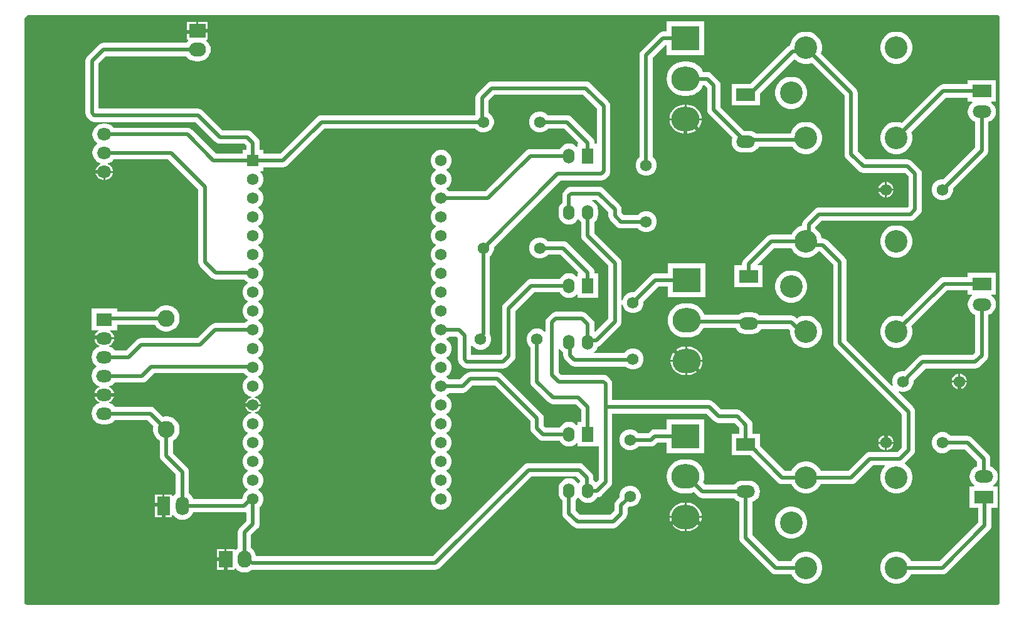
<source format=gbl>
G04*
G04 #@! TF.GenerationSoftware,Altium Limited,Altium Designer,23.1.1 (15)*
G04*
G04 Layer_Physical_Order=2*
G04 Layer_Color=16711680*
%FSLAX44Y44*%
%MOMM*%
G71*
G04*
G04 #@! TF.SameCoordinates,535EB812-C22A-4054-9E8E-735DEE857C18*
G04*
G04*
G04 #@! TF.FilePolarity,Positive*
G04*
G01*
G75*
%ADD36R,1.9050X2.2860*%
%ADD37O,1.9050X2.2860*%
%ADD38O,3.8100X3.3020*%
%ADD39R,3.8100X3.3020*%
%ADD40R,2.5400X1.6510*%
%ADD41O,2.5400X1.6510*%
%ADD42C,3.0480*%
%ADD43O,2.2860X1.9050*%
%ADD44R,2.2860X1.9050*%
%ADD45R,1.5600X1.5600*%
%ADD46C,1.5600*%
%ADD47O,1.9050X1.6510*%
%ADD48C,2.2860*%
%ADD49O,2.1590X1.6510*%
%ADD50R,2.1590X1.6510*%
%ADD51O,1.7780X2.5400*%
%ADD52R,1.7780X2.5400*%
%ADD53C,1.5748*%
%ADD56C,0.5080*%
%ADD57R,1.5240X2.0320*%
%ADD58O,1.5240X2.0320*%
G36*
X1317653Y800956D02*
X1319291Y799861D01*
X1320386Y798223D01*
X1320748Y796398D01*
X1320734Y796290D01*
Y8890D01*
X1320748Y8782D01*
X1320386Y6957D01*
X1319291Y5319D01*
X1317653Y4224D01*
X1315828Y3862D01*
X1315720Y3876D01*
X8890D01*
X8782Y3862D01*
X6957Y4224D01*
X5319Y5319D01*
X4224Y6957D01*
X3862Y8782D01*
X3876Y8890D01*
Y795826D01*
X5670Y798512D01*
X8402Y801243D01*
X8782Y801319D01*
X8890Y801304D01*
X1315720D01*
X1315828Y801319D01*
X1317653Y800956D01*
D02*
G37*
%LPC*%
G36*
X251460Y791845D02*
X238760D01*
Y781050D01*
X251460D01*
Y791845D01*
D02*
G37*
G36*
X236220D02*
X223520D01*
Y781050D01*
X236220D01*
Y791845D01*
D02*
G37*
G36*
X922020Y792480D02*
X871220D01*
Y778587D01*
X866140D01*
X863819Y778281D01*
X861657Y777385D01*
X859800Y775960D01*
X836940Y753100D01*
X835515Y751243D01*
X834619Y749081D01*
X834313Y746760D01*
Y609319D01*
X831898Y606904D01*
X830025Y603660D01*
X829056Y600043D01*
Y596297D01*
X830025Y592680D01*
X831898Y589436D01*
X834546Y586788D01*
X837790Y584915D01*
X841407Y583946D01*
X845153D01*
X848770Y584915D01*
X852014Y586788D01*
X854662Y589436D01*
X856535Y592680D01*
X857504Y596297D01*
Y600043D01*
X856535Y603660D01*
X854662Y606904D01*
X852247Y609319D01*
Y743046D01*
X869854Y760653D01*
X871220D01*
Y746760D01*
X922020D01*
Y792480D01*
D02*
G37*
G36*
X1183226Y778510D02*
X1178974D01*
X1174802Y777680D01*
X1170873Y776053D01*
X1167337Y773690D01*
X1164330Y770683D01*
X1161967Y767147D01*
X1160340Y763218D01*
X1159510Y759046D01*
Y754794D01*
X1160340Y750622D01*
X1161967Y746693D01*
X1164330Y743157D01*
X1167337Y740150D01*
X1170873Y737787D01*
X1174802Y736160D01*
X1178974Y735330D01*
X1183226D01*
X1187398Y736160D01*
X1191327Y737787D01*
X1194863Y740150D01*
X1197870Y743157D01*
X1200233Y746693D01*
X1201860Y750622D01*
X1202690Y754794D01*
Y759046D01*
X1201860Y763218D01*
X1200233Y767147D01*
X1197870Y770683D01*
X1194863Y773690D01*
X1191327Y776053D01*
X1187398Y777680D01*
X1183226Y778510D01*
D02*
G37*
G36*
X1041226Y717550D02*
X1036974D01*
X1032802Y716720D01*
X1028873Y715093D01*
X1025337Y712730D01*
X1022330Y709723D01*
X1019967Y706187D01*
X1018340Y702258D01*
X1017510Y698086D01*
Y693834D01*
X1018340Y689662D01*
X1019967Y685733D01*
X1022330Y682197D01*
X1025337Y679190D01*
X1028873Y676827D01*
X1032802Y675200D01*
X1036974Y674370D01*
X1041226D01*
X1045398Y675200D01*
X1049327Y676827D01*
X1052863Y679190D01*
X1055870Y682197D01*
X1058233Y685733D01*
X1059860Y689662D01*
X1060690Y693834D01*
Y698086D01*
X1059860Y702258D01*
X1058233Y706187D01*
X1055870Y709723D01*
X1052863Y712730D01*
X1049327Y715093D01*
X1045398Y716720D01*
X1041226Y717550D01*
D02*
G37*
G36*
X899160Y679542D02*
X897890D01*
Y661670D01*
X918177D01*
X917934Y664135D01*
X916845Y667725D01*
X915076Y671035D01*
X912696Y673936D01*
X909795Y676316D01*
X906485Y678085D01*
X902895Y679174D01*
X899160Y679542D01*
D02*
G37*
G36*
X895350D02*
X894080D01*
X890346Y679174D01*
X886755Y678085D01*
X883445Y676316D01*
X880544Y673936D01*
X878164Y671035D01*
X876395Y667725D01*
X875306Y664135D01*
X875063Y661670D01*
X895350D01*
Y679542D01*
D02*
G37*
G36*
X896620Y660400D02*
D01*
D01*
D01*
D02*
G37*
G36*
X918177Y659130D02*
X897890D01*
Y641258D01*
X899160D01*
X902895Y641626D01*
X906485Y642715D01*
X909795Y644484D01*
X912696Y646864D01*
X915076Y649765D01*
X916845Y653075D01*
X917934Y656665D01*
X918177Y659130D01*
D02*
G37*
G36*
X895350D02*
X875063D01*
X875306Y656665D01*
X876395Y653075D01*
X878164Y649765D01*
X880544Y646864D01*
X883445Y644484D01*
X886755Y642715D01*
X890346Y641626D01*
X894080Y641258D01*
X895350D01*
Y659130D01*
D02*
G37*
G36*
X251460Y778510D02*
X237490D01*
X223520D01*
Y767715D01*
X224808D01*
X225262Y766445D01*
X224305Y765660D01*
X222407Y763347D01*
X110490D01*
X108169Y763041D01*
X106007Y762145D01*
X104150Y760720D01*
X88910Y745480D01*
X87485Y743623D01*
X86589Y741461D01*
X86283Y739140D01*
Y668456D01*
X86589Y666135D01*
X87485Y663972D01*
X88910Y662115D01*
X91885Y659140D01*
X93743Y657715D01*
X95905Y656819D01*
X98226Y656513D01*
X235046D01*
X261630Y629930D01*
X263487Y628505D01*
X265649Y627609D01*
X267970Y627303D01*
X267970Y627303D01*
X301086D01*
X303453Y624936D01*
Y618670D01*
X298270D01*
Y613487D01*
X262794D01*
X230114Y646166D01*
X228257Y647591D01*
X226095Y648487D01*
X223774Y648793D01*
X124559D01*
X123446Y650242D01*
X120395Y652583D01*
X116843Y654055D01*
X113030Y654557D01*
X110490D01*
X106677Y654055D01*
X103125Y652583D01*
X100074Y650242D01*
X97732Y647191D01*
X96261Y643639D01*
X95759Y639826D01*
X96261Y636013D01*
X97732Y632461D01*
X100074Y629410D01*
X101891Y628015D01*
Y626745D01*
X100074Y625350D01*
X97732Y622299D01*
X96261Y618747D01*
X95759Y614934D01*
X96261Y611121D01*
X97732Y607569D01*
X100074Y604518D01*
X103125Y602177D01*
X106611Y600732D01*
X106688Y600513D01*
X106748Y599415D01*
X105046Y598709D01*
X102791Y596979D01*
X101061Y594724D01*
X99973Y592098D01*
X99769Y590550D01*
X111760D01*
X123751D01*
X123547Y592098D01*
X122459Y594724D01*
X120729Y596979D01*
X118474Y598709D01*
X116772Y599415D01*
X116832Y600513D01*
X116909Y600732D01*
X120395Y602177D01*
X123446Y604518D01*
X124559Y605967D01*
X197962D01*
X238683Y565246D01*
Y467360D01*
X238989Y465039D01*
X239885Y462877D01*
X241310Y461020D01*
X255800Y446530D01*
X257657Y445105D01*
X259819Y444209D01*
X262140Y443903D01*
X300825D01*
X301097Y443432D01*
X303732Y440797D01*
X305017Y440055D01*
Y438785D01*
X303732Y438043D01*
X301097Y435408D01*
X299234Y432182D01*
X298270Y428583D01*
Y424857D01*
X299234Y421258D01*
X301097Y418032D01*
X303732Y415397D01*
X305017Y414655D01*
Y413385D01*
X303732Y412643D01*
X301097Y410008D01*
X299234Y406782D01*
X298270Y403183D01*
Y399457D01*
X299234Y395858D01*
X301097Y392632D01*
X303732Y389997D01*
X305017Y389255D01*
Y387985D01*
X303732Y387243D01*
X301376Y384887D01*
X261620D01*
X259299Y384581D01*
X257137Y383685D01*
X255280Y382260D01*
X237586Y364567D01*
X161290D01*
X158969Y364261D01*
X156807Y363365D01*
X154950Y361940D01*
X141066Y348057D01*
X125829D01*
X124716Y349506D01*
X121665Y351847D01*
X118485Y353165D01*
X118380Y354406D01*
X118404Y354506D01*
X119744Y355061D01*
X121999Y356791D01*
X123729Y359046D01*
X124817Y361672D01*
X125021Y363220D01*
X111760D01*
X98499D01*
X98703Y361672D01*
X99791Y359046D01*
X101521Y356791D01*
X103776Y355061D01*
X105116Y354506D01*
X105140Y354406D01*
X105035Y353165D01*
X101854Y351847D01*
X98804Y349506D01*
X96462Y346455D01*
X94991Y342903D01*
X94489Y339090D01*
X94991Y335277D01*
X96462Y331725D01*
X98804Y328674D01*
X100952Y327025D01*
Y325755D01*
X98804Y324106D01*
X96462Y321055D01*
X94991Y317503D01*
X94489Y313690D01*
X94991Y309877D01*
X96462Y306325D01*
X98804Y303274D01*
X101854Y300933D01*
X105035Y299615D01*
X105140Y298374D01*
X105116Y298274D01*
X103776Y297719D01*
X101521Y295989D01*
X99791Y293734D01*
X98703Y291108D01*
X98499Y289560D01*
X111760D01*
X125021D01*
X124817Y291108D01*
X123729Y293734D01*
X121999Y295989D01*
X119744Y297719D01*
X118404Y298274D01*
X118380Y298374D01*
X118485Y299615D01*
X121665Y300933D01*
X124716Y303274D01*
X125829Y304723D01*
X162560D01*
X164881Y305029D01*
X167043Y305925D01*
X168900Y307350D01*
X178974Y317423D01*
X300525D01*
X301097Y316432D01*
X303732Y313797D01*
X305017Y313055D01*
Y311785D01*
X303732Y311043D01*
X301097Y308408D01*
X299234Y305182D01*
X298270Y301583D01*
Y297857D01*
X299234Y294258D01*
X301097Y291032D01*
X303732Y288397D01*
X306958Y286534D01*
X310053Y285705D01*
Y284390D01*
X308429Y283955D01*
X306071Y282594D01*
X304146Y280669D01*
X302785Y278311D01*
X302080Y275681D01*
Y275590D01*
X322760D01*
Y275681D01*
X322055Y278311D01*
X320694Y280669D01*
X318769Y282594D01*
X316411Y283955D01*
X314787Y284390D01*
Y285705D01*
X317882Y286534D01*
X321108Y288397D01*
X323743Y291032D01*
X325606Y294258D01*
X326570Y297857D01*
Y301583D01*
X325606Y305182D01*
X323743Y308408D01*
X321108Y311043D01*
X319823Y311785D01*
Y313055D01*
X321108Y313797D01*
X323743Y316432D01*
X325606Y319658D01*
X326570Y323257D01*
Y326983D01*
X325606Y330582D01*
X323743Y333808D01*
X321108Y336443D01*
X319823Y337185D01*
Y338455D01*
X321108Y339197D01*
X323743Y341832D01*
X325606Y345058D01*
X326570Y348657D01*
Y352383D01*
X325606Y355982D01*
X323743Y359208D01*
X321108Y361843D01*
X319823Y362585D01*
Y363855D01*
X321108Y364597D01*
X323743Y367232D01*
X325606Y370458D01*
X326570Y374057D01*
Y377783D01*
X325606Y381382D01*
X323743Y384608D01*
X321108Y387243D01*
X319823Y387985D01*
Y389255D01*
X321108Y389997D01*
X323743Y392632D01*
X325606Y395858D01*
X326570Y399457D01*
Y403183D01*
X325606Y406782D01*
X323743Y410008D01*
X321108Y412643D01*
X319823Y413385D01*
Y414655D01*
X321108Y415397D01*
X323743Y418032D01*
X325606Y421258D01*
X326570Y424857D01*
Y428583D01*
X325606Y432182D01*
X323743Y435408D01*
X321108Y438043D01*
X319823Y438785D01*
Y440055D01*
X321108Y440797D01*
X323743Y443432D01*
X325606Y446658D01*
X326570Y450257D01*
Y453983D01*
X325606Y457582D01*
X323743Y460808D01*
X321108Y463443D01*
X319823Y464185D01*
Y465455D01*
X321108Y466197D01*
X323743Y468832D01*
X325606Y472058D01*
X326570Y475657D01*
Y479383D01*
X325606Y482982D01*
X323743Y486208D01*
X321108Y488843D01*
X319823Y489585D01*
Y490855D01*
X321108Y491597D01*
X323743Y494232D01*
X325606Y497458D01*
X326570Y501057D01*
Y504783D01*
X325606Y508382D01*
X323743Y511608D01*
X321108Y514243D01*
X319823Y514985D01*
Y516255D01*
X321108Y516997D01*
X323743Y519632D01*
X325606Y522858D01*
X326570Y526457D01*
Y530183D01*
X325606Y533782D01*
X323743Y537008D01*
X321108Y539643D01*
X319823Y540385D01*
Y541655D01*
X321108Y542397D01*
X323743Y545032D01*
X325606Y548258D01*
X326570Y551857D01*
Y555583D01*
X325606Y559182D01*
X323743Y562408D01*
X321108Y565043D01*
X319823Y565785D01*
Y567055D01*
X321108Y567797D01*
X323743Y570432D01*
X325606Y573658D01*
X326570Y577257D01*
Y580983D01*
X325606Y584582D01*
X323743Y587808D01*
X322354Y589197D01*
X322840Y590370D01*
X326570D01*
Y595553D01*
X353060D01*
X355381Y595859D01*
X357543Y596755D01*
X359400Y598180D01*
X408844Y647623D01*
X612421D01*
X614836Y645208D01*
X618080Y643335D01*
X621697Y642366D01*
X625443D01*
X629060Y643335D01*
X632304Y645208D01*
X634952Y647856D01*
X636825Y651100D01*
X637794Y654717D01*
Y658463D01*
X636825Y662080D01*
X634952Y665324D01*
X632304Y667972D01*
X630831Y668822D01*
Y685460D01*
X638714Y693343D01*
X758286D01*
X777163Y674466D01*
Y627380D01*
X773507D01*
Y628650D01*
X773201Y630971D01*
X772305Y633133D01*
X770880Y634990D01*
X742940Y662930D01*
X741083Y664355D01*
X738921Y665251D01*
X736600Y665557D01*
X710919D01*
X708504Y667972D01*
X705260Y669845D01*
X701643Y670814D01*
X697897D01*
X694280Y669845D01*
X691036Y667972D01*
X688388Y665324D01*
X686515Y662080D01*
X685546Y658463D01*
Y654717D01*
X686515Y651100D01*
X688388Y647856D01*
X691036Y645208D01*
X694280Y643335D01*
X697897Y642366D01*
X701643D01*
X705260Y643335D01*
X708504Y645208D01*
X710919Y647623D01*
X732886D01*
X751956Y628553D01*
X751470Y627380D01*
X750570D01*
Y623438D01*
X749367Y623030D01*
X749103Y623373D01*
X746185Y625613D01*
X742787Y627020D01*
X739140Y627500D01*
X735493Y627020D01*
X732095Y625613D01*
X729176Y623373D01*
X726937Y620455D01*
X726681Y619837D01*
X687070D01*
X687070Y619837D01*
X684749Y619531D01*
X682587Y618635D01*
X680730Y617210D01*
X680730Y617210D01*
X626206Y562687D01*
X577464D01*
X575108Y565043D01*
X573823Y565785D01*
Y567055D01*
X575108Y567797D01*
X577743Y570432D01*
X579606Y573658D01*
X580570Y577257D01*
Y580983D01*
X579606Y584582D01*
X577743Y587808D01*
X575108Y590443D01*
X573823Y591185D01*
Y592455D01*
X575108Y593197D01*
X577743Y595832D01*
X579606Y599058D01*
X580570Y602657D01*
Y606383D01*
X579606Y609982D01*
X577743Y613208D01*
X575108Y615843D01*
X571882Y617706D01*
X568283Y618670D01*
X564557D01*
X560958Y617706D01*
X557732Y615843D01*
X555097Y613208D01*
X553234Y609982D01*
X552270Y606383D01*
Y602657D01*
X553234Y599058D01*
X555097Y595832D01*
X557732Y593197D01*
X559017Y592455D01*
Y591185D01*
X557732Y590443D01*
X555097Y587808D01*
X553234Y584582D01*
X552270Y580983D01*
Y577257D01*
X553234Y573658D01*
X555097Y570432D01*
X557732Y567797D01*
X559017Y567055D01*
Y565785D01*
X557732Y565043D01*
X555097Y562408D01*
X553234Y559182D01*
X552270Y555583D01*
Y551857D01*
X553234Y548258D01*
X555097Y545032D01*
X557732Y542397D01*
X559017Y541655D01*
Y540385D01*
X557732Y539643D01*
X555097Y537008D01*
X553234Y533782D01*
X552270Y530183D01*
Y526457D01*
X553234Y522858D01*
X555097Y519632D01*
X557732Y516997D01*
X559017Y516255D01*
Y514985D01*
X557732Y514243D01*
X555097Y511608D01*
X553234Y508382D01*
X552270Y504783D01*
Y501057D01*
X553234Y497458D01*
X555097Y494232D01*
X557732Y491597D01*
X559017Y490855D01*
Y489585D01*
X557732Y488843D01*
X555097Y486208D01*
X553234Y482982D01*
X552270Y479383D01*
Y475657D01*
X553234Y472058D01*
X555097Y468832D01*
X557732Y466197D01*
X559017Y465455D01*
Y464185D01*
X557732Y463443D01*
X555097Y460808D01*
X553234Y457582D01*
X552270Y453983D01*
Y450257D01*
X553234Y446658D01*
X555097Y443432D01*
X557732Y440797D01*
X559017Y440055D01*
Y438785D01*
X557732Y438043D01*
X555097Y435408D01*
X553234Y432182D01*
X552270Y428583D01*
Y424857D01*
X553234Y421258D01*
X555097Y418032D01*
X557732Y415397D01*
X559017Y414655D01*
Y413385D01*
X557732Y412643D01*
X555097Y410008D01*
X553234Y406782D01*
X552270Y403183D01*
Y399457D01*
X553234Y395858D01*
X555097Y392632D01*
X557732Y389997D01*
X559017Y389255D01*
Y387985D01*
X557732Y387243D01*
X555097Y384608D01*
X553234Y381382D01*
X552270Y377783D01*
Y374057D01*
X553234Y370458D01*
X555097Y367232D01*
X557732Y364597D01*
X559017Y363855D01*
Y362585D01*
X557732Y361843D01*
X555097Y359208D01*
X553234Y355982D01*
X552270Y352383D01*
Y348657D01*
X553234Y345058D01*
X555097Y341832D01*
X557732Y339197D01*
X559017Y338455D01*
Y337185D01*
X557732Y336443D01*
X555097Y333808D01*
X553234Y330582D01*
X552270Y326983D01*
Y323257D01*
X553234Y319658D01*
X555097Y316432D01*
X557732Y313797D01*
X559017Y313055D01*
Y311785D01*
X557732Y311043D01*
X555097Y308408D01*
X553234Y305182D01*
X552270Y301583D01*
Y297857D01*
X553234Y294258D01*
X555097Y291032D01*
X557732Y288397D01*
X559017Y287655D01*
Y286385D01*
X557732Y285643D01*
X555097Y283008D01*
X553234Y279782D01*
X552270Y276183D01*
Y272457D01*
X553234Y268858D01*
X555097Y265632D01*
X557732Y262997D01*
X559017Y262255D01*
Y260985D01*
X557732Y260243D01*
X555097Y257608D01*
X553234Y254382D01*
X552270Y250783D01*
Y247057D01*
X553234Y243458D01*
X555097Y240232D01*
X557732Y237597D01*
X559017Y236855D01*
Y235585D01*
X557732Y234843D01*
X555097Y232208D01*
X553234Y228982D01*
X552270Y225383D01*
Y221657D01*
X553234Y218058D01*
X555097Y214832D01*
X557732Y212197D01*
X559017Y211455D01*
Y210185D01*
X557732Y209443D01*
X555097Y206808D01*
X553234Y203582D01*
X552270Y199983D01*
Y196257D01*
X553234Y192658D01*
X555097Y189432D01*
X557732Y186797D01*
X559017Y186055D01*
Y184785D01*
X557732Y184043D01*
X555097Y181408D01*
X553234Y178182D01*
X552270Y174583D01*
Y170857D01*
X553234Y167258D01*
X555097Y164032D01*
X557732Y161397D01*
X559017Y160655D01*
Y159385D01*
X557732Y158643D01*
X555097Y156008D01*
X553234Y152782D01*
X552270Y149183D01*
Y145457D01*
X553234Y141858D01*
X555097Y138632D01*
X557732Y135997D01*
X560958Y134134D01*
X564557Y133170D01*
X568283D01*
X571882Y134134D01*
X575108Y135997D01*
X577743Y138632D01*
X579606Y141858D01*
X580570Y145457D01*
Y149183D01*
X579606Y152782D01*
X577743Y156008D01*
X575108Y158643D01*
X573823Y159385D01*
Y160655D01*
X575108Y161397D01*
X577743Y164032D01*
X579606Y167258D01*
X580570Y170857D01*
Y174583D01*
X579606Y178182D01*
X577743Y181408D01*
X575108Y184043D01*
X573823Y184785D01*
Y186055D01*
X575108Y186797D01*
X577743Y189432D01*
X579606Y192658D01*
X580570Y196257D01*
Y199983D01*
X579606Y203582D01*
X577743Y206808D01*
X575108Y209443D01*
X573823Y210185D01*
Y211455D01*
X575108Y212197D01*
X577743Y214832D01*
X579606Y218058D01*
X580570Y221657D01*
Y225383D01*
X579606Y228982D01*
X577743Y232208D01*
X575108Y234843D01*
X573823Y235585D01*
Y236855D01*
X575108Y237597D01*
X577743Y240232D01*
X579606Y243458D01*
X580570Y247057D01*
Y250783D01*
X579606Y254382D01*
X577743Y257608D01*
X575108Y260243D01*
X573823Y260985D01*
Y262255D01*
X575108Y262997D01*
X577743Y265632D01*
X579606Y268858D01*
X580570Y272457D01*
Y276183D01*
X579606Y279782D01*
X577743Y283008D01*
X575108Y285643D01*
X573823Y286385D01*
Y287655D01*
X575108Y288397D01*
X577464Y290753D01*
X595630D01*
X597951Y291059D01*
X600113Y291955D01*
X601970Y293380D01*
X609504Y300913D01*
X638906D01*
X686993Y252826D01*
Y243006D01*
X687299Y240685D01*
X688195Y238522D01*
X689620Y236665D01*
X697675Y228610D01*
X699532Y227185D01*
X701695Y226289D01*
X704016Y225983D01*
X726681D01*
X726937Y225365D01*
X729176Y222446D01*
X732095Y220207D01*
X735493Y218800D01*
X739140Y218319D01*
X742787Y218800D01*
X746185Y220207D01*
X749103Y222446D01*
X749367Y222790D01*
X750570Y222382D01*
Y218440D01*
X778510D01*
Y218440D01*
X779703Y218255D01*
Y173894D01*
X776296Y170487D01*
X775028Y170570D01*
X774503Y171254D01*
X772237Y172993D01*
Y176530D01*
X771931Y178851D01*
X771035Y181013D01*
X769610Y182870D01*
X759450Y193030D01*
X757593Y194455D01*
X755431Y195351D01*
X753110Y195657D01*
X684530D01*
X682209Y195351D01*
X680047Y194455D01*
X678190Y193030D01*
X555086Y69927D01*
X316747D01*
X316635Y71057D01*
X315728Y74050D01*
X314253Y76807D01*
X312270Y79225D01*
X309957Y81123D01*
Y98670D01*
X318760Y107474D01*
X320185Y109331D01*
X321081Y111494D01*
X321387Y113814D01*
Y136276D01*
X323743Y138632D01*
X325606Y141858D01*
X326570Y145457D01*
Y149183D01*
X325606Y152782D01*
X323743Y156008D01*
X321108Y158643D01*
X319823Y159385D01*
Y160655D01*
X321108Y161397D01*
X323743Y164032D01*
X325606Y167258D01*
X326570Y170857D01*
Y174583D01*
X325606Y178182D01*
X323743Y181408D01*
X321108Y184043D01*
X319823Y184785D01*
Y186055D01*
X321108Y186797D01*
X323743Y189432D01*
X325606Y192658D01*
X326570Y196257D01*
Y199983D01*
X325606Y203582D01*
X323743Y206808D01*
X321108Y209443D01*
X319823Y210185D01*
Y211455D01*
X321108Y212197D01*
X323743Y214832D01*
X325606Y218058D01*
X326570Y221657D01*
Y225383D01*
X325606Y228982D01*
X323743Y232208D01*
X321108Y234843D01*
X319823Y235585D01*
Y236855D01*
X321108Y237597D01*
X323743Y240232D01*
X325606Y243458D01*
X326570Y247057D01*
Y250783D01*
X325606Y254382D01*
X323743Y257608D01*
X321108Y260243D01*
X317882Y262106D01*
X314787Y262935D01*
Y264250D01*
X316411Y264685D01*
X318769Y266046D01*
X320694Y267971D01*
X322055Y270329D01*
X322760Y272959D01*
Y273050D01*
X302080D01*
Y272959D01*
X302785Y270329D01*
X304146Y267971D01*
X306071Y266046D01*
X308429Y264685D01*
X310053Y264250D01*
Y262935D01*
X306958Y262106D01*
X303732Y260243D01*
X301097Y257608D01*
X299234Y254382D01*
X298270Y250783D01*
Y247057D01*
X299234Y243458D01*
X301097Y240232D01*
X303732Y237597D01*
X305017Y236855D01*
Y235585D01*
X303732Y234843D01*
X301097Y232208D01*
X299234Y228982D01*
X298270Y225383D01*
Y221657D01*
X299234Y218058D01*
X301097Y214832D01*
X303732Y212197D01*
X305017Y211455D01*
Y210185D01*
X303732Y209443D01*
X301097Y206808D01*
X299234Y203582D01*
X298270Y199983D01*
Y196257D01*
X299234Y192658D01*
X301097Y189432D01*
X303732Y186797D01*
X305017Y186055D01*
Y184785D01*
X303732Y184043D01*
X301097Y181408D01*
X299234Y178182D01*
X298270Y174583D01*
Y170857D01*
X299234Y167258D01*
X301097Y164032D01*
X303732Y161397D01*
X305017Y160655D01*
Y159385D01*
X303732Y158643D01*
X301097Y156008D01*
X299234Y152782D01*
X298270Y149183D01*
Y148698D01*
X296969Y147397D01*
X231532D01*
X231318Y148100D01*
X229903Y150748D01*
X227999Y153069D01*
X226137Y154596D01*
Y184150D01*
X226137Y184150D01*
X225831Y186471D01*
X224935Y188633D01*
X223510Y190490D01*
X204547Y209454D01*
Y225907D01*
X206914Y227489D01*
X209391Y229966D01*
X211336Y232878D01*
X212677Y236114D01*
X213360Y239549D01*
Y243051D01*
X212677Y246486D01*
X211336Y249722D01*
X209391Y252634D01*
X206914Y255111D01*
X204002Y257056D01*
X200766Y258397D01*
X197331Y259080D01*
X193829D01*
X191036Y258524D01*
X180330Y269230D01*
X178473Y270655D01*
X176311Y271551D01*
X173990Y271857D01*
X125829D01*
X124716Y273306D01*
X121665Y275648D01*
X118485Y276965D01*
X118380Y278206D01*
X118404Y278306D01*
X119744Y278861D01*
X121999Y280591D01*
X123729Y282846D01*
X124817Y285472D01*
X125021Y287020D01*
X111760D01*
X98499D01*
X98703Y285472D01*
X99791Y282846D01*
X101521Y280591D01*
X103776Y278861D01*
X105116Y278306D01*
X105140Y278206D01*
X105035Y276965D01*
X101854Y275648D01*
X98804Y273306D01*
X96462Y270256D01*
X94991Y266703D01*
X94489Y262890D01*
X94991Y259077D01*
X96462Y255525D01*
X98804Y252474D01*
X101854Y250133D01*
X105407Y248661D01*
X109220Y248159D01*
X114300D01*
X118113Y248661D01*
X121665Y250133D01*
X124716Y252474D01*
X125829Y253923D01*
X170276D01*
X178356Y245844D01*
X177800Y243051D01*
Y239549D01*
X178483Y236114D01*
X179824Y232878D01*
X181769Y229966D01*
X184246Y227489D01*
X186613Y225907D01*
Y205740D01*
X186919Y203419D01*
X187815Y201257D01*
X189240Y199400D01*
X208203Y180436D01*
Y154596D01*
X206341Y153069D01*
X204470Y150788D01*
X204360Y150781D01*
X203200Y151246D01*
Y153670D01*
X193040D01*
Y138430D01*
Y123190D01*
X203200D01*
Y125614D01*
X204360Y126079D01*
X204470Y126072D01*
X206341Y123792D01*
X208662Y121887D01*
X211310Y120472D01*
X214182Y119600D01*
X217170Y119306D01*
X220158Y119600D01*
X223030Y120472D01*
X225678Y121887D01*
X227999Y123792D01*
X229903Y126112D01*
X231318Y128760D01*
X231532Y129463D01*
X300683D01*
X302183Y129661D01*
X303453Y128673D01*
Y117528D01*
X294650Y108725D01*
X293225Y106868D01*
X292329Y104705D01*
X292023Y102384D01*
Y81123D01*
X289710Y79225D01*
X288925Y78268D01*
X287655Y78722D01*
Y80010D01*
X276860D01*
Y66040D01*
Y52070D01*
X287655D01*
Y53358D01*
X288925Y53812D01*
X289710Y52855D01*
X292128Y50872D01*
X294886Y49397D01*
X297878Y48490D01*
X300990Y48183D01*
X304102Y48490D01*
X307094Y49397D01*
X309852Y50872D01*
X311219Y51993D01*
X558800D01*
X561121Y52299D01*
X563283Y53195D01*
X565140Y54620D01*
X688244Y177723D01*
X749396D01*
X754303Y172816D01*
Y170898D01*
X752584Y168657D01*
X752164Y168548D01*
X751516D01*
X751096Y168657D01*
X749103Y171254D01*
X746185Y173493D01*
X742787Y174900D01*
X739140Y175380D01*
X735493Y174900D01*
X732095Y173493D01*
X729176Y171254D01*
X726937Y168335D01*
X725530Y164937D01*
X725050Y161290D01*
Y156210D01*
X725530Y152563D01*
X726937Y149165D01*
X729176Y146247D01*
X730173Y145482D01*
Y128270D01*
X730479Y125949D01*
X731375Y123787D01*
X732800Y121930D01*
X744230Y110500D01*
X746087Y109075D01*
X748249Y108179D01*
X750570Y107873D01*
X798830D01*
X801151Y108179D01*
X803313Y109075D01*
X805170Y110500D01*
X815580Y120909D01*
X817005Y122766D01*
X817900Y124929D01*
X818206Y127249D01*
Y134965D01*
X820147Y136906D01*
X823563D01*
X827180Y137875D01*
X830424Y139748D01*
X833072Y142396D01*
X834945Y145640D01*
X835914Y149257D01*
Y153003D01*
X834945Y156620D01*
X833072Y159864D01*
X830424Y162512D01*
X827180Y164385D01*
X823563Y165354D01*
X819817D01*
X816200Y164385D01*
X812956Y162512D01*
X810308Y159864D01*
X808435Y156620D01*
X807466Y153003D01*
Y149587D01*
X802899Y145020D01*
X801474Y143163D01*
X800578Y141000D01*
X800273Y138679D01*
Y130963D01*
X795116Y125807D01*
X754284D01*
X748107Y131984D01*
Y145482D01*
X749103Y146247D01*
X751096Y148843D01*
X751516Y148952D01*
X752164D01*
X752584Y148843D01*
X754576Y146247D01*
X757495Y144007D01*
X760893Y142600D01*
X764540Y142120D01*
X768187Y142600D01*
X771585Y144007D01*
X774503Y146247D01*
X776743Y149165D01*
X776999Y149783D01*
X777240D01*
X779561Y150089D01*
X781723Y150985D01*
X783580Y152410D01*
X795010Y163840D01*
X796435Y165697D01*
X797331Y167859D01*
X797637Y170180D01*
Y262813D01*
X924656D01*
X934730Y252740D01*
X936587Y251315D01*
X938749Y250419D01*
X941070Y250113D01*
X962756D01*
X968933Y243936D01*
Y235585D01*
X958850D01*
Y206375D01*
X984269D01*
X1020455Y170190D01*
X1022312Y168765D01*
X1024474Y167869D01*
X1026795Y167563D01*
X1039525D01*
X1040047Y166303D01*
X1042410Y162767D01*
X1045417Y159760D01*
X1048953Y157397D01*
X1052882Y155770D01*
X1057054Y154940D01*
X1061306D01*
X1065478Y155770D01*
X1069407Y157397D01*
X1072943Y159760D01*
X1075950Y162767D01*
X1078313Y166303D01*
X1078835Y167563D01*
X1120140D01*
X1122461Y167869D01*
X1124623Y168765D01*
X1126480Y170190D01*
X1149254Y192963D01*
X1165421D01*
X1165907Y191790D01*
X1164410Y190293D01*
X1162047Y186757D01*
X1160420Y182828D01*
X1159590Y178656D01*
Y174404D01*
X1160420Y170232D01*
X1162047Y166303D01*
X1164410Y162767D01*
X1167417Y159760D01*
X1170953Y157397D01*
X1174882Y155770D01*
X1179053Y154940D01*
X1183306D01*
X1187478Y155770D01*
X1191407Y157397D01*
X1194943Y159760D01*
X1197950Y162767D01*
X1200313Y166303D01*
X1201940Y170232D01*
X1202770Y174404D01*
Y178656D01*
X1201940Y182828D01*
X1200313Y186757D01*
X1197950Y190293D01*
X1194943Y193300D01*
X1193074Y194549D01*
X1193034Y196103D01*
X1203950Y207020D01*
X1205375Y208877D01*
X1206271Y211039D01*
X1206577Y213360D01*
Y265430D01*
X1206577Y265430D01*
X1206271Y267751D01*
X1205375Y269913D01*
X1203950Y271770D01*
X1203950Y271770D01*
X1184027Y291694D01*
X1184077Y291813D01*
X1184775Y292742D01*
X1188117Y291846D01*
X1191863D01*
X1195480Y292815D01*
X1198724Y294688D01*
X1201372Y297336D01*
X1203245Y300580D01*
X1204214Y304197D01*
Y307613D01*
X1220374Y323773D01*
X1287780D01*
X1290101Y324079D01*
X1292263Y324975D01*
X1294120Y326400D01*
X1303010Y335290D01*
X1304435Y337147D01*
X1305331Y339309D01*
X1305637Y341630D01*
Y396275D01*
X1308481Y397453D01*
X1311531Y399794D01*
X1313873Y402845D01*
X1315344Y406397D01*
X1315846Y410210D01*
X1315344Y414023D01*
X1313873Y417575D01*
X1311531Y420626D01*
X1309383Y422275D01*
X1309814Y423545D01*
X1315720D01*
Y452755D01*
X1277620D01*
Y447117D01*
X1245870D01*
X1245870Y447117D01*
X1243549Y446811D01*
X1241387Y445915D01*
X1239530Y444490D01*
X1188658Y393618D01*
X1187398Y394140D01*
X1183226Y394970D01*
X1178974D01*
X1174802Y394140D01*
X1170873Y392513D01*
X1167337Y390150D01*
X1164330Y387143D01*
X1161967Y383607D01*
X1160340Y379678D01*
X1159510Y375506D01*
Y371254D01*
X1160340Y367082D01*
X1161967Y363153D01*
X1164330Y359617D01*
X1167337Y356610D01*
X1170873Y354247D01*
X1174802Y352620D01*
X1178974Y351790D01*
X1183226D01*
X1187398Y352620D01*
X1191327Y354247D01*
X1194863Y356610D01*
X1197870Y359617D01*
X1200233Y363153D01*
X1201860Y367082D01*
X1202690Y371254D01*
Y375506D01*
X1201860Y379678D01*
X1201338Y380938D01*
X1249584Y429183D01*
X1277620D01*
Y423545D01*
X1283526D01*
X1283957Y422275D01*
X1281809Y420626D01*
X1279467Y417575D01*
X1277996Y414023D01*
X1277494Y410210D01*
X1277996Y406397D01*
X1279467Y402845D01*
X1281809Y399794D01*
X1284859Y397453D01*
X1287703Y396275D01*
Y345344D01*
X1284066Y341707D01*
X1216660D01*
X1214339Y341401D01*
X1212177Y340505D01*
X1210320Y339080D01*
X1191533Y320294D01*
X1188117D01*
X1184500Y319325D01*
X1181256Y317452D01*
X1178608Y314804D01*
X1176735Y311560D01*
X1175766Y307943D01*
Y304197D01*
X1176662Y300855D01*
X1175733Y300157D01*
X1175614Y300107D01*
X1113867Y361854D01*
Y467360D01*
X1113561Y469681D01*
X1112665Y471843D01*
X1111240Y473700D01*
X1088160Y496780D01*
X1086303Y498205D01*
X1084141Y499101D01*
X1081820Y499407D01*
X1080296D01*
X1079860Y501598D01*
X1078233Y505527D01*
X1075870Y509063D01*
X1072863Y512070D01*
X1071957Y512676D01*
Y514446D01*
X1080674Y523163D01*
X1200150D01*
X1202471Y523469D01*
X1204633Y524365D01*
X1206490Y525790D01*
X1212840Y532140D01*
X1214265Y533997D01*
X1215161Y536159D01*
X1215467Y538480D01*
Y586740D01*
X1215161Y589061D01*
X1214265Y591223D01*
X1212840Y593080D01*
X1202680Y603240D01*
X1200823Y604665D01*
X1198661Y605561D01*
X1196340Y605867D01*
X1140204D01*
X1129027Y617044D01*
Y695960D01*
X1129027Y695960D01*
X1128721Y698281D01*
X1127825Y700443D01*
X1126400Y702300D01*
X1079338Y749362D01*
X1079860Y750622D01*
X1080690Y754794D01*
Y759046D01*
X1079860Y763218D01*
X1078233Y767147D01*
X1075870Y770683D01*
X1072863Y773690D01*
X1069327Y776053D01*
X1065398Y777680D01*
X1061227Y778510D01*
X1056974D01*
X1052802Y777680D01*
X1048873Y776053D01*
X1045337Y773690D01*
X1042330Y770683D01*
X1039967Y767147D01*
X1038340Y763218D01*
X1037769Y760350D01*
X1036502Y759825D01*
X1034644Y758400D01*
X984269Y708025D01*
X958850D01*
Y678815D01*
X996950D01*
Y695344D01*
X1043547Y741941D01*
X1045337Y740150D01*
X1048873Y737787D01*
X1052802Y736160D01*
X1056974Y735330D01*
X1061227D01*
X1065398Y736160D01*
X1066658Y736682D01*
X1111093Y692246D01*
Y613330D01*
X1111399Y611009D01*
X1112295Y608847D01*
X1113720Y606990D01*
X1130150Y590560D01*
X1132007Y589135D01*
X1134169Y588239D01*
X1136490Y587933D01*
X1192626D01*
X1197533Y583026D01*
Y542194D01*
X1196436Y541097D01*
X1076960D01*
X1074639Y540791D01*
X1072477Y539895D01*
X1070620Y538470D01*
X1056650Y524500D01*
X1055225Y522643D01*
X1054329Y520481D01*
X1054023Y518160D01*
Y516303D01*
X1052802Y516060D01*
X1048873Y514433D01*
X1045337Y512070D01*
X1042330Y509063D01*
X1039967Y505527D01*
X1039445Y504267D01*
X1012190D01*
X1009869Y503961D01*
X1007707Y503065D01*
X1005850Y501640D01*
X975370Y471160D01*
X973945Y469303D01*
X973049Y467141D01*
X972743Y464820D01*
Y462915D01*
X962660D01*
Y433705D01*
X1000760D01*
Y462915D01*
X994145D01*
X993659Y464088D01*
X1015904Y486333D01*
X1039445D01*
X1039967Y485073D01*
X1042330Y481537D01*
X1045337Y478530D01*
X1048873Y476167D01*
X1052802Y474540D01*
X1056974Y473710D01*
X1061227D01*
X1065398Y474540D01*
X1069327Y476167D01*
X1072863Y478530D01*
X1075806Y481473D01*
X1078106D01*
X1095933Y463646D01*
Y358140D01*
X1096239Y355819D01*
X1097135Y353657D01*
X1098560Y351800D01*
X1188643Y261716D01*
Y217074D01*
X1182466Y210897D01*
X1145540D01*
X1145540Y210897D01*
X1143219Y210591D01*
X1141057Y209695D01*
X1139200Y208270D01*
X1116426Y185497D01*
X1078835D01*
X1078313Y186757D01*
X1075950Y190293D01*
X1072943Y193300D01*
X1069407Y195663D01*
X1065478Y197290D01*
X1061306Y198120D01*
X1057054D01*
X1052882Y197290D01*
X1048953Y195663D01*
X1045417Y193300D01*
X1042410Y190293D01*
X1040047Y186757D01*
X1039525Y185497D01*
X1030509D01*
X996950Y219056D01*
Y235585D01*
X986867D01*
Y247650D01*
X986561Y249971D01*
X985665Y252133D01*
X984240Y253990D01*
X972810Y265420D01*
X970953Y266845D01*
X968791Y267741D01*
X966470Y268047D01*
X944784D01*
X934710Y278120D01*
X932853Y279545D01*
X930691Y280441D01*
X928370Y280747D01*
X797637D01*
Y303094D01*
X797331Y305415D01*
X796435Y307577D01*
X795010Y309435D01*
X792035Y312410D01*
X790178Y313835D01*
X788015Y314731D01*
X785694Y315037D01*
X728884D01*
X725247Y318674D01*
Y350587D01*
X726517Y350840D01*
X726937Y349825D01*
X729176Y346907D01*
X731443Y345167D01*
Y341630D01*
X731749Y339309D01*
X732645Y337147D01*
X734070Y335290D01*
X740420Y328940D01*
X742277Y327515D01*
X744439Y326619D01*
X746760Y326313D01*
X815621D01*
X816766Y325168D01*
X820010Y323295D01*
X823627Y322326D01*
X827373D01*
X830990Y323295D01*
X834234Y325168D01*
X836882Y327816D01*
X838755Y331060D01*
X839724Y334677D01*
Y338423D01*
X838755Y342040D01*
X836882Y345284D01*
X834234Y347932D01*
X830990Y349805D01*
X827373Y350774D01*
X823627D01*
X820010Y349805D01*
X816766Y347932D01*
X814118Y345284D01*
X813519Y344247D01*
X773123D01*
X772692Y345517D01*
X774503Y346907D01*
X776743Y349825D01*
X778150Y353223D01*
X778155Y353255D01*
X778272Y353270D01*
X780435Y354166D01*
X782292Y355591D01*
X807710Y381010D01*
X809135Y382867D01*
X810031Y385029D01*
X810337Y387350D01*
Y409476D01*
X811607Y409643D01*
X812245Y407260D01*
X814118Y404016D01*
X816766Y401368D01*
X820010Y399495D01*
X823627Y398526D01*
X827373D01*
X830990Y399495D01*
X834234Y401368D01*
X836882Y404016D01*
X838755Y407260D01*
X839724Y410877D01*
Y414293D01*
X859694Y434263D01*
X872490D01*
Y420370D01*
X923290D01*
Y466090D01*
X872490D01*
Y452197D01*
X855980D01*
X853659Y451891D01*
X851497Y450995D01*
X849640Y449570D01*
X827043Y426974D01*
X823627D01*
X820010Y426005D01*
X816766Y424132D01*
X814118Y421484D01*
X812245Y418240D01*
X811607Y415857D01*
X810337Y416024D01*
Y466090D01*
X810031Y468411D01*
X809135Y470573D01*
X807710Y472430D01*
X773507Y506634D01*
Y521402D01*
X774503Y522166D01*
X776743Y525085D01*
X778150Y528483D01*
X778631Y532130D01*
Y537210D01*
X778150Y540857D01*
X776743Y544255D01*
X774503Y547174D01*
X771585Y549413D01*
X770570Y549833D01*
X770823Y551103D01*
X776066D01*
X792403Y534766D01*
Y530026D01*
X792709Y527705D01*
X793605Y525542D01*
X795030Y523685D01*
X803085Y515630D01*
X804942Y514205D01*
X807105Y513309D01*
X809426Y513003D01*
X832131D01*
X834546Y510588D01*
X837790Y508715D01*
X841407Y507746D01*
X845153D01*
X848770Y508715D01*
X852014Y510588D01*
X854662Y513236D01*
X856535Y516480D01*
X857504Y520097D01*
Y523843D01*
X856535Y527460D01*
X854662Y530704D01*
X852014Y533352D01*
X848770Y535225D01*
X845153Y536194D01*
X841407D01*
X837790Y535225D01*
X834546Y533352D01*
X832131Y530937D01*
X813140D01*
X810337Y533740D01*
Y538480D01*
X810337Y538480D01*
X810031Y540801D01*
X809135Y542963D01*
X807710Y544820D01*
X786120Y566410D01*
X784263Y567835D01*
X782101Y568731D01*
X779780Y569037D01*
X742116D01*
X739795Y568731D01*
X737633Y567835D01*
X735775Y566410D01*
X732800Y563435D01*
X731375Y561577D01*
X730479Y559415D01*
X730173Y557094D01*
Y547938D01*
X729176Y547174D01*
X726937Y544255D01*
X725530Y540857D01*
X725050Y537210D01*
Y532130D01*
X725530Y528483D01*
X726937Y525085D01*
X729176Y522166D01*
X732095Y519927D01*
X735493Y518520D01*
X739140Y518040D01*
X742787Y518520D01*
X746185Y519927D01*
X749103Y522166D01*
X751096Y524763D01*
X751516Y524872D01*
X752164D01*
X752584Y524763D01*
X754576Y522166D01*
X755573Y521402D01*
Y502920D01*
X755879Y500599D01*
X756775Y498437D01*
X758200Y496580D01*
X792403Y462376D01*
Y391064D01*
X774777Y373438D01*
X773507Y373964D01*
Y383540D01*
X773201Y385861D01*
X772305Y388023D01*
X770880Y389880D01*
X763260Y397500D01*
X761403Y398925D01*
X759241Y399821D01*
X756920Y400127D01*
X721360D01*
X719039Y399821D01*
X716877Y398925D01*
X715020Y397500D01*
X709940Y392420D01*
X708515Y390563D01*
X707619Y388401D01*
X707313Y386080D01*
Y373642D01*
X706140Y373156D01*
X704694Y374602D01*
X701450Y376475D01*
X697833Y377444D01*
X694087D01*
X690470Y376475D01*
X687226Y374602D01*
X684578Y371954D01*
X682705Y368710D01*
X681736Y365093D01*
Y361347D01*
X682705Y357730D01*
X684578Y354486D01*
X686993Y352071D01*
Y306070D01*
X687299Y303749D01*
X688195Y301587D01*
X689620Y299730D01*
X711210Y278140D01*
X713067Y276715D01*
X715229Y275819D01*
X717550Y275513D01*
X717550Y275513D01*
X748126D01*
X755573Y268066D01*
Y251460D01*
X750570D01*
Y247518D01*
X749367Y247110D01*
X749103Y247453D01*
X746185Y249693D01*
X742787Y251100D01*
X739140Y251581D01*
X735493Y251100D01*
X732095Y249693D01*
X729176Y247453D01*
X726937Y244535D01*
X726681Y243917D01*
X707730D01*
X704927Y246720D01*
Y256540D01*
X704621Y258861D01*
X703725Y261023D01*
X702300Y262880D01*
X702300Y262880D01*
X648960Y316220D01*
X647103Y317645D01*
X644941Y318541D01*
X642620Y318847D01*
X605790D01*
X603469Y318541D01*
X601307Y317645D01*
X599450Y316220D01*
X591916Y308687D01*
X577464D01*
X575108Y311043D01*
X573823Y311785D01*
Y313055D01*
X575108Y313797D01*
X577743Y316432D01*
X579606Y319658D01*
X580570Y323257D01*
Y326983D01*
X579606Y330582D01*
X577743Y333808D01*
X575108Y336443D01*
X573823Y337185D01*
Y338455D01*
X575108Y339197D01*
X577743Y341832D01*
X579606Y345058D01*
X580570Y348657D01*
Y352383D01*
X579606Y355982D01*
X577743Y359208D01*
X575108Y361843D01*
X573823Y362585D01*
Y363855D01*
X575108Y364597D01*
X577464Y366953D01*
X586836D01*
X589203Y364586D01*
Y335716D01*
X589509Y333395D01*
X590405Y331232D01*
X591830Y329375D01*
X594805Y326400D01*
X596662Y324975D01*
X598825Y324079D01*
X601146Y323773D01*
X650240D01*
X652561Y324079D01*
X654723Y324975D01*
X656580Y326400D01*
X664200Y334020D01*
X665625Y335877D01*
X666521Y338039D01*
X666827Y340360D01*
Y401416D01*
X692054Y426643D01*
X726681D01*
X726937Y426025D01*
X729176Y423106D01*
X732095Y420867D01*
X735493Y419460D01*
X739140Y418979D01*
X742787Y419460D01*
X746185Y420867D01*
X749103Y423106D01*
X749367Y423450D01*
X750570Y423042D01*
Y419100D01*
X778510D01*
Y452120D01*
X773507D01*
Y453390D01*
X773201Y455711D01*
X772305Y457873D01*
X770880Y459730D01*
X737860Y492750D01*
X736003Y494175D01*
X733841Y495071D01*
X731520Y495377D01*
X710919D01*
X708504Y497792D01*
X705260Y499665D01*
X701643Y500634D01*
X697897D01*
X694280Y499665D01*
X691036Y497792D01*
X688388Y495144D01*
X686515Y491900D01*
X685546Y488283D01*
Y484537D01*
X686515Y480920D01*
X688388Y477676D01*
X691036Y475028D01*
X694280Y473155D01*
X697897Y472186D01*
X701643D01*
X705260Y473155D01*
X708504Y475028D01*
X710919Y477443D01*
X727806D01*
X751956Y453293D01*
X751470Y452120D01*
X750570D01*
Y448178D01*
X749367Y447770D01*
X749103Y448114D01*
X746185Y450353D01*
X742787Y451760D01*
X739140Y452240D01*
X735493Y451760D01*
X732095Y450353D01*
X729176Y448114D01*
X726937Y445195D01*
X726681Y444577D01*
X688340D01*
X686019Y444271D01*
X683857Y443375D01*
X682000Y441950D01*
X651520Y411470D01*
X650095Y409613D01*
X649199Y407451D01*
X648893Y405130D01*
Y344074D01*
X646526Y341707D01*
X607137D01*
Y354183D01*
X608129Y354449D01*
X608407Y354458D01*
X611026Y351838D01*
X614270Y349965D01*
X617887Y348996D01*
X621633D01*
X625250Y349965D01*
X628494Y351838D01*
X631142Y354486D01*
X633015Y357730D01*
X633984Y361347D01*
Y365093D01*
X633015Y368710D01*
X632496Y369608D01*
X632537Y369917D01*
Y475261D01*
X634952Y477676D01*
X636825Y480920D01*
X637794Y484537D01*
Y487953D01*
X727614Y577773D01*
X783154D01*
X785475Y578079D01*
X787637Y578975D01*
X789495Y580400D01*
X792470Y583375D01*
X793895Y585233D01*
X794791Y587395D01*
X795097Y589716D01*
Y678180D01*
X794791Y680501D01*
X793895Y682663D01*
X792470Y684520D01*
X768340Y708650D01*
X766483Y710075D01*
X764321Y710971D01*
X762000Y711277D01*
X635000D01*
X632679Y710971D01*
X630517Y710075D01*
X628660Y708650D01*
X615524Y695515D01*
X614099Y693658D01*
X613203Y691495D01*
X612897Y689174D01*
Y666033D01*
X612421Y665557D01*
X405130D01*
X402809Y665251D01*
X400647Y664355D01*
X398790Y662930D01*
X349346Y613487D01*
X326570D01*
Y618670D01*
X321387D01*
Y628650D01*
X321081Y630971D01*
X320185Y633133D01*
X318760Y634990D01*
X311140Y642610D01*
X309283Y644035D01*
X307121Y644931D01*
X304800Y645237D01*
X271684D01*
X245100Y671820D01*
X243243Y673245D01*
X241081Y674141D01*
X238760Y674447D01*
X104217D01*
Y735426D01*
X114204Y745413D01*
X222407D01*
X224305Y743100D01*
X226723Y741117D01*
X229480Y739642D01*
X232473Y738735D01*
X235585Y738428D01*
X239395D01*
X242507Y738735D01*
X245499Y739642D01*
X248257Y741117D01*
X250675Y743100D01*
X252658Y745518D01*
X254133Y748276D01*
X255040Y751268D01*
X255347Y754380D01*
X255040Y757492D01*
X254133Y760484D01*
X252658Y763242D01*
X250675Y765660D01*
X249718Y766445D01*
X250172Y767715D01*
X251460D01*
Y778510D01*
D02*
G37*
G36*
X899160Y737981D02*
X894080D01*
X889599Y737539D01*
X885290Y736232D01*
X881318Y734109D01*
X877837Y731253D01*
X874981Y727772D01*
X872858Y723801D01*
X871551Y719491D01*
X871109Y715010D01*
X871551Y710529D01*
X872858Y706219D01*
X874981Y702248D01*
X877837Y698767D01*
X881318Y695911D01*
X885290Y693788D01*
X889599Y692481D01*
X894080Y692039D01*
X899160D01*
X903641Y692481D01*
X907951Y693788D01*
X911922Y695911D01*
X915403Y698767D01*
X918259Y702248D01*
X920288Y706043D01*
X922116D01*
X925753Y702406D01*
Y673100D01*
X926059Y670779D01*
X926955Y668617D01*
X928380Y666760D01*
X959865Y635275D01*
X959226Y633733D01*
X958724Y629920D01*
X959226Y626107D01*
X960697Y622555D01*
X963039Y619504D01*
X966089Y617163D01*
X969642Y615691D01*
X973455Y615189D01*
X982345D01*
X986158Y615691D01*
X989710Y617163D01*
X992761Y619504D01*
X995102Y622555D01*
X995345Y623140D01*
X1041058D01*
X1042330Y621237D01*
X1045337Y618230D01*
X1048873Y615867D01*
X1052802Y614240D01*
X1056974Y613410D01*
X1061227D01*
X1065398Y614240D01*
X1069327Y615867D01*
X1072863Y618230D01*
X1075870Y621237D01*
X1078233Y624773D01*
X1079860Y628702D01*
X1080690Y632874D01*
Y637126D01*
X1079860Y641298D01*
X1078233Y645227D01*
X1075870Y648763D01*
X1072863Y651770D01*
X1069327Y654133D01*
X1065398Y655760D01*
X1061227Y656590D01*
X1056974D01*
X1052802Y655760D01*
X1048873Y654133D01*
X1045337Y651770D01*
X1042330Y648763D01*
X1039967Y645227D01*
X1038340Y641298D01*
X1038295Y641074D01*
X991801D01*
X989710Y642678D01*
X986158Y644149D01*
X982345Y644651D01*
X975850D01*
X943687Y676814D01*
Y706120D01*
X943381Y708441D01*
X942485Y710603D01*
X941060Y712460D01*
X932170Y721350D01*
X930313Y722775D01*
X928151Y723671D01*
X925830Y723977D01*
X920288D01*
X918259Y727772D01*
X915403Y731253D01*
X911922Y734109D01*
X907951Y736232D01*
X903641Y737539D01*
X899160Y737981D01*
D02*
G37*
G36*
X123751Y588010D02*
X113030D01*
Y578392D01*
X115848Y578763D01*
X118474Y579851D01*
X120729Y581581D01*
X122459Y583836D01*
X123547Y586462D01*
X123751Y588010D01*
D02*
G37*
G36*
X110490D02*
X99769D01*
X99973Y586462D01*
X101061Y583836D01*
X102791Y581581D01*
X105046Y579851D01*
X107672Y578763D01*
X110490Y578392D01*
D01*
Y588010D01*
D02*
G37*
G36*
X1168501Y575564D02*
X1168400D01*
Y566420D01*
X1177544D01*
Y566521D01*
X1176834Y569170D01*
X1175463Y571544D01*
X1173524Y573483D01*
X1171150Y574854D01*
X1168501Y575564D01*
D02*
G37*
G36*
X1165860D02*
X1165759D01*
X1163110Y574854D01*
X1160736Y573483D01*
X1158797Y571544D01*
X1157426Y569170D01*
X1156716Y566521D01*
Y566420D01*
X1165860D01*
Y575564D01*
D02*
G37*
G36*
X1177544Y563880D02*
X1168400D01*
Y554736D01*
X1168501D01*
X1171150Y555446D01*
X1173524Y556817D01*
X1175463Y558756D01*
X1176834Y561130D01*
X1177544Y563779D01*
Y563880D01*
D02*
G37*
G36*
X1165860D02*
X1156716D01*
Y563779D01*
X1157426Y561130D01*
X1158797Y558756D01*
X1160736Y556817D01*
X1163110Y555446D01*
X1165759Y554736D01*
X1165860D01*
Y563880D01*
D02*
G37*
G36*
X1315720Y713105D02*
X1277620D01*
Y707467D01*
X1244600D01*
X1242279Y707161D01*
X1240117Y706265D01*
X1238260Y704840D01*
X1188658Y655238D01*
X1187398Y655760D01*
X1183226Y656590D01*
X1178974D01*
X1174802Y655760D01*
X1170873Y654133D01*
X1167337Y651770D01*
X1164330Y648763D01*
X1161967Y645227D01*
X1160340Y641298D01*
X1159510Y637126D01*
Y632874D01*
X1160340Y628702D01*
X1161967Y624773D01*
X1164330Y621237D01*
X1167337Y618230D01*
X1170873Y615867D01*
X1174802Y614240D01*
X1178974Y613410D01*
X1183226D01*
X1187398Y614240D01*
X1191327Y615867D01*
X1194863Y618230D01*
X1197870Y621237D01*
X1200233Y624773D01*
X1201860Y628702D01*
X1202690Y632874D01*
Y637126D01*
X1201860Y641298D01*
X1201338Y642558D01*
X1248314Y689533D01*
X1277620D01*
Y683895D01*
X1283526D01*
X1283957Y682625D01*
X1281809Y680976D01*
X1279467Y677925D01*
X1277996Y674373D01*
X1277494Y670560D01*
X1277996Y666747D01*
X1279467Y663195D01*
X1281809Y660144D01*
X1284859Y657803D01*
X1287703Y656625D01*
Y622204D01*
X1244873Y579374D01*
X1241457D01*
X1237840Y578405D01*
X1234596Y576532D01*
X1231948Y573884D01*
X1230075Y570640D01*
X1229106Y567023D01*
Y563277D01*
X1230075Y559660D01*
X1231948Y556416D01*
X1234596Y553768D01*
X1237840Y551895D01*
X1241457Y550926D01*
X1245203D01*
X1248820Y551895D01*
X1252064Y553768D01*
X1254712Y556416D01*
X1256585Y559660D01*
X1257554Y563277D01*
Y566693D01*
X1303010Y612150D01*
X1303010Y612150D01*
X1304435Y614007D01*
X1305331Y616169D01*
X1305637Y618490D01*
Y656625D01*
X1308481Y657803D01*
X1311531Y660144D01*
X1313873Y663195D01*
X1315344Y666747D01*
X1315846Y670560D01*
X1315344Y674373D01*
X1313873Y677925D01*
X1311531Y680976D01*
X1309383Y682625D01*
X1309814Y683895D01*
X1315720D01*
Y713105D01*
D02*
G37*
G36*
X1183226Y516890D02*
X1178974D01*
X1174802Y516060D01*
X1170873Y514433D01*
X1167337Y512070D01*
X1164330Y509063D01*
X1161967Y505527D01*
X1160340Y501598D01*
X1159510Y497426D01*
Y493174D01*
X1160340Y489002D01*
X1161967Y485073D01*
X1164330Y481537D01*
X1167337Y478530D01*
X1170873Y476167D01*
X1174802Y474540D01*
X1178974Y473710D01*
X1183226D01*
X1187398Y474540D01*
X1191327Y476167D01*
X1194863Y478530D01*
X1197870Y481537D01*
X1200233Y485073D01*
X1201860Y489002D01*
X1202690Y493174D01*
Y497426D01*
X1201860Y501598D01*
X1200233Y505527D01*
X1197870Y509063D01*
X1194863Y512070D01*
X1191327Y514433D01*
X1187398Y516060D01*
X1183226Y516890D01*
D02*
G37*
G36*
X1041226Y455930D02*
X1036974D01*
X1032802Y455100D01*
X1028873Y453473D01*
X1025337Y451110D01*
X1022330Y448103D01*
X1019967Y444567D01*
X1018340Y440638D01*
X1017510Y436466D01*
Y432214D01*
X1018340Y428042D01*
X1019967Y424113D01*
X1022330Y420577D01*
X1025337Y417570D01*
X1028873Y415207D01*
X1032802Y413580D01*
X1036974Y412750D01*
X1041226D01*
X1045398Y413580D01*
X1049327Y415207D01*
X1052863Y417570D01*
X1055870Y420577D01*
X1058233Y424113D01*
X1059860Y428042D01*
X1060690Y432214D01*
Y436466D01*
X1059860Y440638D01*
X1058233Y444567D01*
X1055870Y448103D01*
X1052863Y451110D01*
X1049327Y453473D01*
X1045398Y455100D01*
X1041226Y455930D01*
D02*
G37*
G36*
X197331Y409080D02*
X193829D01*
X190394Y408397D01*
X187158Y407056D01*
X184246Y405111D01*
X181769Y402634D01*
X180187Y400267D01*
X128905D01*
Y404495D01*
X94615D01*
Y375285D01*
X103754D01*
X104007Y374015D01*
X103776Y373919D01*
X101521Y372189D01*
X99791Y369934D01*
X98703Y367308D01*
X98499Y365760D01*
X111760D01*
X125021D01*
X124817Y367308D01*
X123729Y369934D01*
X121999Y372189D01*
X119744Y373919D01*
X119513Y374015D01*
X119766Y375285D01*
X128905D01*
Y382333D01*
X180187D01*
X181769Y379966D01*
X184246Y377489D01*
X187158Y375544D01*
X190394Y374203D01*
X193829Y373520D01*
X197331D01*
X200766Y374203D01*
X204002Y375544D01*
X206914Y377489D01*
X209391Y379966D01*
X211336Y382878D01*
X212677Y386114D01*
X213360Y389549D01*
Y393051D01*
X212677Y396486D01*
X211336Y399722D01*
X209391Y402634D01*
X206914Y405111D01*
X204002Y407056D01*
X200766Y408397D01*
X197331Y409080D01*
D02*
G37*
G36*
X900430Y411591D02*
X895350D01*
X890869Y411149D01*
X886560Y409842D01*
X882588Y407719D01*
X879107Y404863D01*
X876251Y401382D01*
X874128Y397411D01*
X872821Y393101D01*
X872379Y388620D01*
X872821Y384139D01*
X874128Y379829D01*
X876251Y375858D01*
X879107Y372377D01*
X882588Y369521D01*
X886560Y367398D01*
X890869Y366091D01*
X895350Y365649D01*
X900430D01*
X904911Y366091D01*
X909221Y367398D01*
X913192Y369521D01*
X916673Y372377D01*
X919529Y375858D01*
X920879Y378383D01*
X964119D01*
X964508Y377444D01*
X966849Y374394D01*
X969900Y372052D01*
X973452Y370581D01*
X977265Y370079D01*
X986155D01*
X989968Y370581D01*
X993521Y372052D01*
X996571Y374394D01*
X998658Y377113D01*
X1035813D01*
X1037510Y375416D01*
Y371254D01*
X1038340Y367082D01*
X1039967Y363153D01*
X1042330Y359617D01*
X1045337Y356610D01*
X1048873Y354247D01*
X1052802Y352620D01*
X1056974Y351790D01*
X1061227D01*
X1065398Y352620D01*
X1069327Y354247D01*
X1072863Y356610D01*
X1075870Y359617D01*
X1078233Y363153D01*
X1079860Y367082D01*
X1080690Y371254D01*
Y375506D01*
X1079860Y379678D01*
X1078233Y383607D01*
X1075870Y387143D01*
X1072863Y390150D01*
X1069327Y392513D01*
X1065398Y394140D01*
X1061227Y394970D01*
X1056974D01*
X1052802Y394140D01*
X1048873Y392513D01*
X1047016Y391272D01*
X1045867Y392420D01*
X1044010Y393845D01*
X1041848Y394741D01*
X1039527Y395047D01*
X996709D01*
X996571Y395226D01*
X993521Y397567D01*
X989968Y399039D01*
X986155Y399541D01*
X977265D01*
X973452Y399039D01*
X969900Y397567D01*
X968270Y396317D01*
X921984D01*
X921652Y397411D01*
X919529Y401382D01*
X916673Y404863D01*
X913192Y407719D01*
X909221Y409842D01*
X904911Y411149D01*
X900430Y411591D01*
D02*
G37*
G36*
Y353152D02*
X899160D01*
Y335280D01*
X919447D01*
X919204Y337744D01*
X918115Y341335D01*
X916346Y344645D01*
X913966Y347546D01*
X911065Y349926D01*
X907755Y351695D01*
X904165Y352784D01*
X900430Y353152D01*
D02*
G37*
G36*
X896620D02*
X895350D01*
X891616Y352784D01*
X888025Y351695D01*
X884715Y349926D01*
X881814Y347546D01*
X879434Y344645D01*
X877665Y341335D01*
X876576Y337744D01*
X876333Y335280D01*
X896620D01*
Y353152D01*
D02*
G37*
G36*
X919447Y332740D02*
X899160D01*
Y314868D01*
X900430D01*
X904165Y315236D01*
X907755Y316325D01*
X911065Y318094D01*
X913966Y320474D01*
X916346Y323375D01*
X918115Y326685D01*
X919204Y330275D01*
X919447Y332740D01*
D02*
G37*
G36*
X896620D02*
X876333D01*
X876576Y330275D01*
X877665Y326685D01*
X879434Y323375D01*
X881814Y320474D01*
X884715Y318094D01*
X888025Y316325D01*
X891616Y315236D01*
X895350Y314868D01*
X896620D01*
Y332740D01*
D02*
G37*
G36*
X1267561Y316484D02*
X1267460D01*
Y307340D01*
X1276604D01*
Y307441D01*
X1275894Y310090D01*
X1274523Y312464D01*
X1272584Y314403D01*
X1270210Y315774D01*
X1267561Y316484D01*
D02*
G37*
G36*
X1264920D02*
X1264819D01*
X1262170Y315774D01*
X1259796Y314403D01*
X1257857Y312464D01*
X1256486Y310090D01*
X1255776Y307441D01*
Y307340D01*
X1264920D01*
Y316484D01*
D02*
G37*
G36*
X1276604Y304800D02*
X1267460D01*
Y295656D01*
X1267561D01*
X1270210Y296366D01*
X1272584Y297737D01*
X1274523Y299676D01*
X1275894Y302050D01*
X1276604Y304699D01*
Y304800D01*
D02*
G37*
G36*
X1264920D02*
X1255776D01*
Y304699D01*
X1256486Y302050D01*
X1257857Y299676D01*
X1259796Y297737D01*
X1262170Y296366D01*
X1264819Y295656D01*
X1264920D01*
Y304800D01*
D02*
G37*
G36*
X922020Y255270D02*
X871220D01*
Y241377D01*
X854883D01*
X852563Y241071D01*
X850400Y240175D01*
X848543Y238750D01*
X846089Y236297D01*
X832839D01*
X830424Y238712D01*
X827180Y240585D01*
X823563Y241554D01*
X819817D01*
X816200Y240585D01*
X812956Y238712D01*
X810308Y236064D01*
X808435Y232820D01*
X807466Y229203D01*
Y225457D01*
X808435Y221840D01*
X810308Y218596D01*
X812956Y215948D01*
X816200Y214075D01*
X819817Y213106D01*
X823563D01*
X827180Y214075D01*
X830424Y215948D01*
X832839Y218363D01*
X849803D01*
X852124Y218669D01*
X854287Y219565D01*
X856144Y220990D01*
X858597Y223443D01*
X871220D01*
Y209550D01*
X922020D01*
Y255270D01*
D02*
G37*
G36*
X1168501Y233934D02*
X1168400D01*
Y224790D01*
X1177544D01*
Y224891D01*
X1176834Y227540D01*
X1175463Y229914D01*
X1173524Y231853D01*
X1171150Y233224D01*
X1168501Y233934D01*
D02*
G37*
G36*
X1165860D02*
X1165759D01*
X1163110Y233224D01*
X1160736Y231853D01*
X1158797Y229914D01*
X1157426Y227540D01*
X1156716Y224891D01*
Y224790D01*
X1165860D01*
Y233934D01*
D02*
G37*
G36*
X1177544Y222250D02*
X1168400D01*
Y213106D01*
X1168501D01*
X1171150Y213816D01*
X1173524Y215187D01*
X1175463Y217126D01*
X1176834Y219500D01*
X1177544Y222149D01*
Y222250D01*
D02*
G37*
G36*
X1165860D02*
X1156716D01*
Y222149D01*
X1157426Y219500D01*
X1158797Y217126D01*
X1160736Y215187D01*
X1163110Y213816D01*
X1165759Y213106D01*
X1165860D01*
Y222250D01*
D02*
G37*
G36*
X190500Y153670D02*
X180340D01*
Y139700D01*
X190500D01*
Y153670D01*
D02*
G37*
G36*
X899160Y142332D02*
X897890D01*
Y124460D01*
X918177D01*
X917934Y126924D01*
X916845Y130515D01*
X915076Y133825D01*
X912696Y136726D01*
X909795Y139106D01*
X906485Y140875D01*
X902895Y141964D01*
X899160Y142332D01*
D02*
G37*
G36*
X895350D02*
X894080D01*
X890346Y141964D01*
X886755Y140875D01*
X883445Y139106D01*
X880544Y136726D01*
X878164Y133825D01*
X876395Y130515D01*
X875306Y126924D01*
X875063Y124460D01*
X895350D01*
Y142332D01*
D02*
G37*
G36*
X190500Y137160D02*
X180340D01*
Y123190D01*
X190500D01*
Y137160D01*
D02*
G37*
G36*
X918177Y121920D02*
X897890D01*
Y104048D01*
X899160D01*
X902895Y104416D01*
X906485Y105505D01*
X909795Y107274D01*
X912696Y109654D01*
X915076Y112555D01*
X916845Y115865D01*
X917934Y119455D01*
X918177Y121920D01*
D02*
G37*
G36*
X895350D02*
X875063D01*
X875306Y119455D01*
X876395Y115865D01*
X878164Y112555D01*
X880544Y109654D01*
X883445Y107274D01*
X886755Y105505D01*
X890346Y104416D01*
X894080Y104048D01*
X895350D01*
Y121920D01*
D02*
G37*
G36*
X1041306Y137160D02*
X1037054D01*
X1032882Y136330D01*
X1028953Y134703D01*
X1025417Y132340D01*
X1022410Y129333D01*
X1020047Y125797D01*
X1018420Y121868D01*
X1017590Y117696D01*
Y113444D01*
X1018420Y109272D01*
X1020047Y105343D01*
X1022410Y101807D01*
X1025417Y98800D01*
X1028953Y96437D01*
X1032882Y94810D01*
X1037054Y93980D01*
X1041306D01*
X1045478Y94810D01*
X1049407Y96437D01*
X1052943Y98800D01*
X1055950Y101807D01*
X1058313Y105343D01*
X1059940Y109272D01*
X1060770Y113444D01*
Y117696D01*
X1059940Y121868D01*
X1058313Y125797D01*
X1055950Y129333D01*
X1052943Y132340D01*
X1049407Y134703D01*
X1045478Y136330D01*
X1041306Y137160D01*
D02*
G37*
G36*
X274320Y80010D02*
X263525D01*
Y67310D01*
X274320D01*
Y80010D01*
D02*
G37*
G36*
X1245203Y237744D02*
X1241457D01*
X1237840Y236775D01*
X1234596Y234902D01*
X1231948Y232254D01*
X1230075Y229010D01*
X1229106Y225393D01*
Y221647D01*
X1230075Y218030D01*
X1231948Y214786D01*
X1234596Y212138D01*
X1237840Y210265D01*
X1241457Y209296D01*
X1245203D01*
X1248820Y210265D01*
X1252064Y212138D01*
X1254479Y214553D01*
X1273906D01*
X1290243Y198216D01*
Y191735D01*
X1287399Y190557D01*
X1284349Y188216D01*
X1282007Y185166D01*
X1280536Y181613D01*
X1280034Y177800D01*
X1280536Y173987D01*
X1282007Y170434D01*
X1284349Y167384D01*
X1286497Y165735D01*
X1286066Y164465D01*
X1280160D01*
Y135255D01*
X1291513D01*
Y115474D01*
X1239616Y63577D01*
X1200835D01*
X1200313Y64837D01*
X1197950Y68373D01*
X1194943Y71380D01*
X1191407Y73743D01*
X1187478Y75370D01*
X1183306Y76200D01*
X1179053D01*
X1174882Y75370D01*
X1170953Y73743D01*
X1167417Y71380D01*
X1164410Y68373D01*
X1162047Y64837D01*
X1160420Y60908D01*
X1159590Y56736D01*
Y52484D01*
X1160420Y48312D01*
X1162047Y44383D01*
X1164410Y40847D01*
X1167417Y37840D01*
X1170953Y35477D01*
X1174882Y33850D01*
X1179053Y33020D01*
X1183306D01*
X1187478Y33850D01*
X1191407Y35477D01*
X1194943Y37840D01*
X1197950Y40847D01*
X1200313Y44383D01*
X1200835Y45643D01*
X1243330D01*
X1245651Y45949D01*
X1247813Y46845D01*
X1249670Y48270D01*
X1306820Y105420D01*
X1306820Y105420D01*
X1308245Y107277D01*
X1309141Y109439D01*
X1309447Y111760D01*
X1309447Y111760D01*
Y135255D01*
X1318260D01*
Y164465D01*
X1312354D01*
X1311923Y165735D01*
X1314071Y167384D01*
X1316413Y170434D01*
X1317884Y173987D01*
X1318386Y177800D01*
X1317884Y181613D01*
X1316413Y185166D01*
X1314071Y188216D01*
X1311021Y190557D01*
X1308177Y191735D01*
Y201930D01*
X1308177Y201930D01*
X1307871Y204251D01*
X1306975Y206413D01*
X1305550Y208270D01*
X1283960Y229860D01*
X1282103Y231285D01*
X1279941Y232181D01*
X1277620Y232487D01*
X1254479D01*
X1252064Y234902D01*
X1248820Y236775D01*
X1245203Y237744D01*
D02*
G37*
G36*
X274320Y64770D02*
X263525D01*
Y52070D01*
X274320D01*
Y64770D01*
D02*
G37*
G36*
X899160Y200771D02*
X894080D01*
X889599Y200329D01*
X885290Y199022D01*
X881318Y196899D01*
X877837Y194043D01*
X874981Y190562D01*
X872858Y186590D01*
X871551Y182281D01*
X871109Y177800D01*
X871551Y173319D01*
X872858Y169009D01*
X874981Y165038D01*
X877837Y161557D01*
X881318Y158701D01*
X885290Y156578D01*
X889599Y155271D01*
X894080Y154829D01*
X899160D01*
X903641Y155271D01*
X907759Y156520D01*
X913140Y151140D01*
X914997Y149715D01*
X917159Y148819D01*
X919480Y148513D01*
X961926D01*
X963039Y147064D01*
X966089Y144722D01*
X968933Y143545D01*
Y95250D01*
X969239Y92929D01*
X970135Y90767D01*
X971560Y88910D01*
X1012200Y48270D01*
X1014057Y46845D01*
X1016219Y45949D01*
X1018540Y45643D01*
X1039525D01*
X1040047Y44383D01*
X1042410Y40847D01*
X1045417Y37840D01*
X1048953Y35477D01*
X1052882Y33850D01*
X1057054Y33020D01*
X1061306D01*
X1065478Y33850D01*
X1069407Y35477D01*
X1072943Y37840D01*
X1075950Y40847D01*
X1078313Y44383D01*
X1079940Y48312D01*
X1080770Y52484D01*
Y56736D01*
X1079940Y60908D01*
X1078313Y64837D01*
X1075950Y68373D01*
X1072943Y71380D01*
X1069407Y73743D01*
X1065478Y75370D01*
X1061306Y76200D01*
X1057054D01*
X1052882Y75370D01*
X1048953Y73743D01*
X1045417Y71380D01*
X1042410Y68373D01*
X1040047Y64837D01*
X1039525Y63577D01*
X1022254D01*
X986867Y98964D01*
Y143545D01*
X989710Y144722D01*
X992761Y147064D01*
X995102Y150114D01*
X996574Y153667D01*
X997076Y157480D01*
X996574Y161293D01*
X995102Y164846D01*
X992761Y167896D01*
X989710Y170238D01*
X986158Y171709D01*
X982345Y172211D01*
X973455D01*
X969642Y171709D01*
X966089Y170238D01*
X963039Y167896D01*
X961926Y166447D01*
X923194D01*
X920440Y169201D01*
X921689Y173319D01*
X922131Y177800D01*
X921689Y182281D01*
X920382Y186590D01*
X918259Y190562D01*
X915403Y194043D01*
X911922Y196899D01*
X907951Y199022D01*
X903641Y200329D01*
X899160Y200771D01*
D02*
G37*
%LPD*%
D36*
X275590Y66040D02*
D03*
D37*
X300990D02*
D03*
D38*
X897890Y334010D02*
D03*
Y388620D02*
D03*
X896620Y177800D02*
D03*
Y123190D02*
D03*
Y715010D02*
D03*
Y660400D02*
D03*
D39*
X897890Y443230D02*
D03*
X896620Y232410D02*
D03*
Y769620D02*
D03*
D40*
X981710Y448310D02*
D03*
X1296670Y438150D02*
D03*
X977900Y220980D02*
D03*
Y693420D02*
D03*
X1299210Y149860D02*
D03*
X1296670Y698500D02*
D03*
D41*
X981710Y384810D02*
D03*
X1296670Y410210D02*
D03*
X977900Y157480D02*
D03*
Y629920D02*
D03*
X1299210Y177800D02*
D03*
X1296670Y670560D02*
D03*
D42*
X1059100Y495300D02*
D03*
X1181100Y373380D02*
D03*
X1039100Y434340D02*
D03*
X1181100Y495300D02*
D03*
X1059100Y373380D02*
D03*
X1059180Y176530D02*
D03*
X1181180Y54610D02*
D03*
X1039180Y115570D02*
D03*
X1181180Y176530D02*
D03*
X1059180Y54610D02*
D03*
X1059100Y756920D02*
D03*
X1181100Y635000D02*
D03*
X1039100Y695960D02*
D03*
X1181100Y756920D02*
D03*
X1059100Y635000D02*
D03*
D43*
X237490Y754380D02*
D03*
D44*
Y779780D02*
D03*
D45*
X312420Y604520D02*
D03*
D46*
Y579120D02*
D03*
Y147320D02*
D03*
Y553720D02*
D03*
Y528320D02*
D03*
Y502920D02*
D03*
Y477520D02*
D03*
Y452120D02*
D03*
Y426720D02*
D03*
Y401320D02*
D03*
Y375920D02*
D03*
Y350520D02*
D03*
Y325120D02*
D03*
Y299720D02*
D03*
Y274320D02*
D03*
Y248920D02*
D03*
Y223520D02*
D03*
Y198120D02*
D03*
Y172720D02*
D03*
X566420Y604520D02*
D03*
Y579120D02*
D03*
Y553720D02*
D03*
Y528320D02*
D03*
Y502920D02*
D03*
Y477520D02*
D03*
Y452120D02*
D03*
Y426720D02*
D03*
Y401320D02*
D03*
Y375920D02*
D03*
Y350520D02*
D03*
Y325120D02*
D03*
Y299720D02*
D03*
Y274320D02*
D03*
Y248920D02*
D03*
Y223520D02*
D03*
Y198120D02*
D03*
Y172720D02*
D03*
Y147320D02*
D03*
D47*
X111760Y639826D02*
D03*
Y614934D02*
D03*
Y589280D02*
D03*
D48*
X195580Y391300D02*
D03*
Y241300D02*
D03*
D49*
X111760Y288290D02*
D03*
Y364490D02*
D03*
Y339090D02*
D03*
Y313690D02*
D03*
Y262890D02*
D03*
D50*
Y389890D02*
D03*
D51*
X217170Y138430D02*
D03*
D52*
X191770D02*
D03*
D53*
X623570Y486410D02*
D03*
X699770D02*
D03*
X1189990Y306070D02*
D03*
X1266190D02*
D03*
X825500Y412750D02*
D03*
Y336550D02*
D03*
X619760Y363220D02*
D03*
X695960D02*
D03*
X623570Y656590D02*
D03*
X699770D02*
D03*
X1243330Y223520D02*
D03*
X1167130D02*
D03*
X821690Y227330D02*
D03*
Y151130D02*
D03*
X1243330Y565150D02*
D03*
X1167130D02*
D03*
X843280Y598170D02*
D03*
Y521970D02*
D03*
D56*
X1299210Y177800D02*
Y201930D01*
X1243330Y223520D02*
X1277620D01*
X1299210Y201930D01*
X764540Y359410D02*
Y383540D01*
X558800Y60960D02*
X684530Y186690D01*
X300990Y66040D02*
X305568Y61462D01*
X310449D02*
X310951Y60960D01*
X305568Y61462D02*
X310449D01*
X310951Y60960D02*
X558800D01*
X300990Y102384D02*
X312420Y113814D01*
X300990Y66040D02*
Y102384D01*
X798830Y116840D02*
X809239Y127249D01*
Y138679D02*
X821690Y151130D01*
X809239Y127249D02*
Y138679D01*
X750570Y116840D02*
X798830D01*
X739140Y128270D02*
X750570Y116840D01*
X739140Y128270D02*
Y158750D01*
X899160Y177800D02*
X919480Y157480D01*
X896620Y177800D02*
X899160D01*
X919480Y157480D02*
X977900D01*
X854883Y232410D02*
X896620D01*
X821690Y227330D02*
X849803D01*
X854883Y232410D01*
X788670Y271780D02*
Y303094D01*
X977900Y220980D02*
Y247650D01*
X966470Y259080D02*
X977900Y247650D01*
X928370Y271780D02*
X941070Y259080D01*
X966470D01*
X788670Y271780D02*
X928370D01*
X795020Y31750D02*
X894080Y130810D01*
X899160D02*
X1013460Y16510D01*
X876300Y561340D02*
X896620Y581660D01*
Y660400D01*
X836930Y561340D02*
X876300D01*
X811530Y586740D02*
X836930Y561340D01*
X811530Y586740D02*
Y709930D01*
X741680Y779780D02*
X811530Y709930D01*
X237490Y779780D02*
X741680D01*
X801370Y530026D02*
X809426Y521970D01*
X801370Y530026D02*
Y538480D01*
X809426Y521970D02*
X843280D01*
X739140Y557094D02*
X742116Y560070D01*
X779780D01*
X739140Y534670D02*
Y557094D01*
X779780Y560070D02*
X801370Y538480D01*
X764540Y359410D02*
X767061Y361931D01*
X775951D02*
X801370Y387350D01*
X767061Y361931D02*
X775951D01*
X801370Y387350D02*
Y466090D01*
X764540Y502920D02*
X801370Y466090D01*
X764540Y502920D02*
Y534670D01*
X843280Y746760D02*
X866140Y769620D01*
X896620D01*
X843280Y598170D02*
Y746760D01*
X786130Y589716D02*
Y678180D01*
X762000Y702310D02*
X786130Y678180D01*
X723900Y586740D02*
X783154D01*
X786130Y589716D01*
X785694Y306070D02*
X788670Y303094D01*
X716280Y314960D02*
X725170Y306070D01*
X785694D01*
X657860Y340360D02*
Y405130D01*
X601146Y332740D02*
X650240D01*
X657860Y340360D01*
X598170Y335716D02*
Y368300D01*
Y335716D02*
X601146Y332740D01*
X717550Y284480D02*
X751840D01*
X695960Y306070D02*
X717550Y284480D01*
X751840D02*
X764540Y271780D01*
X595630Y299720D02*
X605790Y309880D01*
X642620D02*
X695960Y256540D01*
X605790Y309880D02*
X642620D01*
X896620Y660400D02*
X899160D01*
X947420Y612140D01*
Y565150D02*
Y612140D01*
Y565150D02*
X1167130D01*
X623570Y486410D02*
X723900Y586740D01*
X88900Y778510D02*
X236220D01*
X110490Y754380D02*
X237490D01*
X95250Y739140D02*
X110490Y754380D01*
X64770D02*
X88900Y778510D01*
X1059100Y495300D02*
X1063960Y490440D01*
X1081820D01*
X1104900Y467360D01*
Y358140D02*
Y467360D01*
Y358140D02*
X1197610Y265430D01*
X1186180Y201930D02*
X1197610Y213360D01*
Y265430D01*
X1145540Y201930D02*
X1186180D01*
X1120140Y176530D02*
X1145540Y201930D01*
X1059180Y176530D02*
X1120140D01*
X1266190Y285750D02*
Y306070D01*
X1212850Y232410D02*
X1266190Y285750D01*
X1212850Y210820D02*
X1230630Y193040D01*
X1212850Y210820D02*
Y232410D01*
X788670Y170180D02*
Y271780D01*
X947420Y430530D02*
Y565150D01*
X855980Y443230D02*
X897890D01*
X855980Y373380D02*
X895350Y334010D01*
X900430D02*
X946150Y288290D01*
X855980Y373380D02*
Y406400D01*
X864870Y415290D01*
X932180D02*
X947420Y430530D01*
X864870Y415290D02*
X932180D01*
X899160Y387350D02*
X976630D01*
X897890Y388620D02*
X899160Y387350D01*
X897890Y334010D02*
X900430D01*
X895350D02*
X897890D01*
X825500Y412750D02*
X855980Y443230D01*
X1287780Y332740D02*
X1296670Y341630D01*
X1216660Y332740D02*
X1287780D01*
X1189990Y306070D02*
X1216660Y332740D01*
X1167130Y218440D02*
Y234950D01*
X1113790Y288290D02*
X1167130Y234950D01*
X946150Y288290D02*
X1113790D01*
X1300480Y111760D02*
Y148590D01*
X1299210Y149860D02*
X1300480Y148590D01*
X1243330Y54610D02*
X1300480Y111760D01*
X1181180Y54610D02*
X1243330D01*
X1230630Y134620D02*
Y193040D01*
X1221740Y125730D02*
X1230630Y134620D01*
X1189990Y125730D02*
X1221740D01*
X1143417Y79157D02*
X1189990Y125730D01*
X1143417Y42763D02*
Y79157D01*
X1117164Y16510D02*
X1143417Y42763D01*
X1013460Y16510D02*
X1117164D01*
X896620Y130810D02*
X899160D01*
X1026795Y176530D02*
X1059180D01*
X977900Y220980D02*
X982345D01*
X1026795Y176530D01*
X1018540Y54610D02*
X1059180D01*
X977900Y95250D02*
Y157480D01*
Y95250D02*
X1018540Y54610D01*
X981710Y448310D02*
Y464820D01*
X1039527Y386080D02*
X1052227Y373380D01*
X1059100D01*
X977900Y386080D02*
X1039527D01*
X976630Y387350D02*
X977900Y386080D01*
X1296670Y341630D02*
Y410210D01*
X1181100Y373380D02*
X1245870Y438150D01*
X1296670D01*
X1243330Y565150D02*
X1296670Y618490D01*
Y670560D01*
X1244600Y698500D02*
X1296670D01*
X1181100Y635000D02*
X1244600Y698500D01*
X1062990Y518160D02*
X1076960Y532130D01*
X1059100Y495300D02*
X1062990Y499190D01*
Y518160D01*
X1076960Y532130D02*
X1200150D01*
X1206500Y538480D01*
Y586740D01*
X1196340Y596900D02*
X1206500Y586740D01*
X1136490Y596900D02*
X1196340D01*
X1120060Y613330D02*
X1136490Y596900D01*
X1120060Y613330D02*
Y695960D01*
X1059100Y756920D02*
X1120060Y695960D01*
X982345Y693420D02*
X1040985Y752060D01*
X1054240D01*
X977900Y693420D02*
X982345D01*
X1054240Y752060D02*
X1059100Y756920D01*
X1012190Y495300D02*
X1059100D01*
X981710Y464820D02*
X1012190Y495300D01*
X896620Y715010D02*
X925830D01*
X934720Y706120D01*
Y673100D02*
Y706120D01*
Y673100D02*
X971268Y636552D01*
X976548Y629920D02*
X977900D01*
X971268Y635200D02*
X976548Y629920D01*
X971268Y635200D02*
Y636552D01*
X980087Y632107D02*
X1056207D01*
X1059100Y635000D01*
X977900Y629920D02*
X980087Y632107D01*
X896620Y185420D02*
X899160D01*
X763270Y160020D02*
X764540Y158750D01*
X763270Y160020D02*
Y176530D01*
X753110Y186690D02*
X763270Y176530D01*
X684530Y186690D02*
X753110D01*
X312420Y113814D02*
Y147320D01*
X300683Y138430D02*
X309573Y147320D01*
X217170Y138430D02*
X300683D01*
X309573Y147320D02*
X312420D01*
X195580Y205740D02*
X217170Y184150D01*
Y138430D02*
Y184150D01*
X195580Y205740D02*
Y241300D01*
X111760Y262890D02*
X173990D01*
X195580Y241300D01*
X756920Y391160D02*
X764540Y383540D01*
X721360Y391160D02*
X756920D01*
X716280Y386080D02*
X721360Y391160D01*
X716280Y314960D02*
Y386080D01*
X740410Y341630D02*
X746760Y335280D01*
X740410Y341630D02*
Y358140D01*
X746760Y335280D02*
X820420D01*
X739140Y359410D02*
X740410Y358140D01*
X764540Y158750D02*
X777240D01*
X788670Y170180D01*
X820420Y335280D02*
X821690Y336550D01*
X279400Y31750D02*
X795020D01*
X894080Y130810D02*
X896620D01*
X275590Y35560D02*
X279400Y31750D01*
X275590Y35560D02*
Y66040D01*
X764540Y234950D02*
Y271780D01*
X695960Y306070D02*
Y363220D01*
X688340Y435610D02*
X739140D01*
X657860Y405130D02*
X688340Y435610D01*
X590550Y375920D02*
X598170Y368300D01*
X566420Y375920D02*
X590550D01*
X619760Y366107D02*
X623570Y369917D01*
Y486410D01*
X619760Y363220D02*
Y366107D01*
X894516Y242134D02*
X896620Y240030D01*
X704016Y234950D02*
X739140D01*
X695960Y243006D02*
X704016Y234950D01*
X695960Y243006D02*
Y256540D01*
X566420Y299720D02*
X595630D01*
X236220Y66040D02*
X275590D01*
X191770Y110490D02*
X236220Y66040D01*
X191770Y110490D02*
Y138430D01*
X138430Y139700D02*
X190500D01*
X191770Y138430D01*
X64770Y213360D02*
X138430Y139700D01*
X64770Y213360D02*
Y297180D01*
X243840Y274320D02*
X312420D01*
X111760Y288290D02*
X229870D01*
X243840Y274320D01*
X311150Y326390D02*
X312420Y325120D01*
X175260Y326390D02*
X311150D01*
X111760Y313690D02*
X162560D01*
X175260Y326390D01*
X261620Y375920D02*
X312420D01*
X241300Y355600D02*
X261620Y375920D01*
X161290Y355600D02*
X241300D01*
X144780Y339090D02*
X161290Y355600D01*
X111760Y339090D02*
X144780D01*
X111760Y389890D02*
X113170Y391300D01*
X195580D01*
X73660Y288290D02*
X111760D01*
X64770Y297180D02*
Y381000D01*
Y297180D02*
X73660Y288290D01*
X80010Y365760D02*
X110490D01*
X111760Y364490D01*
X64770Y381000D02*
X80010Y365760D01*
X64770Y381000D02*
Y608330D01*
X236220Y778510D02*
X237490Y779780D01*
X64770Y608330D02*
Y754380D01*
Y608330D02*
X83820Y589280D01*
X111760D01*
X635000Y702310D02*
X762000D01*
X621864Y689174D02*
X635000Y702310D01*
X621864Y658296D02*
X623570Y656590D01*
X621864Y658296D02*
Y689174D01*
X731520Y486410D02*
X764540Y453390D01*
Y435610D02*
Y453390D01*
X699770Y486410D02*
X731520D01*
X566420Y553720D02*
X629920D01*
X687070Y610870D01*
X739140D01*
X736600Y656590D02*
X764540Y628650D01*
Y610870D02*
Y628650D01*
X699770Y656590D02*
X736600D01*
X312420Y604520D02*
X353060D01*
X405130Y656590D01*
X623570D01*
X312420Y604520D02*
Y628650D01*
X267970Y636270D02*
X304800D01*
X312420Y628650D01*
X95250Y668456D02*
X98226Y665480D01*
X238760D01*
X267970Y636270D01*
X95250Y668456D02*
Y739140D01*
X259080Y604520D02*
X312420D01*
X223774Y639826D02*
X259080Y604520D01*
X111760Y639826D02*
X223774D01*
X262140Y452870D02*
X313690D01*
X247650Y467360D02*
X262140Y452870D01*
X247650Y467360D02*
Y568960D01*
X201676Y614934D02*
X247650Y568960D01*
X111760Y614934D02*
X201676D01*
D57*
X764540Y435610D02*
D03*
Y234950D02*
D03*
Y610870D02*
D03*
D58*
X739140Y435610D02*
D03*
Y359410D02*
D03*
X764540D02*
D03*
X739140Y234950D02*
D03*
Y158750D02*
D03*
X764540D02*
D03*
X739140Y610870D02*
D03*
Y534670D02*
D03*
X764540D02*
D03*
M02*

</source>
